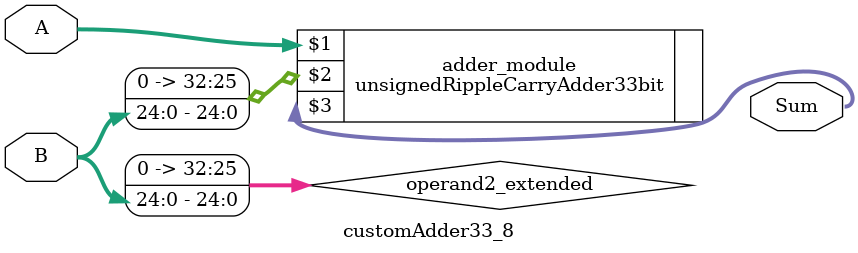
<source format=v>
module customAdder33_8(
                        input [32 : 0] A,
                        input [24 : 0] B,
                        
                        output [33 : 0] Sum
                );

        wire [32 : 0] operand2_extended;
        
        assign operand2_extended =  {8'b0, B};
        
        unsignedRippleCarryAdder33bit adder_module(
            A,
            operand2_extended,
            Sum
        );
        
        endmodule
        
</source>
